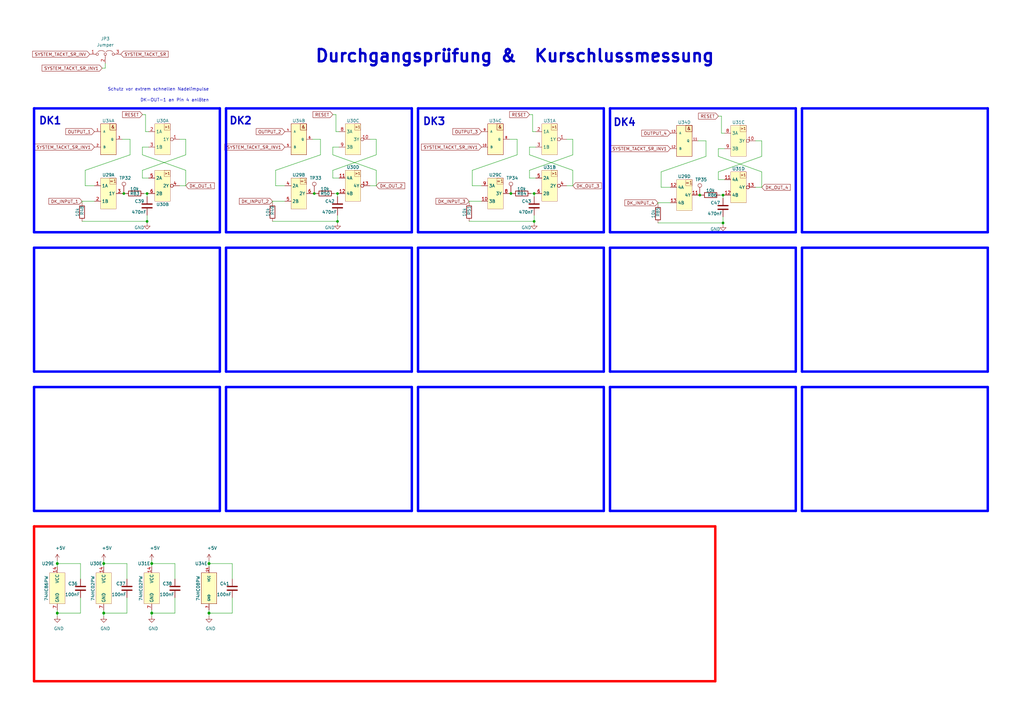
<source format=kicad_sch>
(kicad_sch (version 20210126) (generator eeschema)
  (paper "A3")
  (title_block (title "Kabeltester") (company "BMK Group") (comment 1 "Erstellt: Maximilian Hoffmann") (comment 2 "Geprüft: Robert Schulz"))
  (junction (at 23.495 231.14) (diameter 1.016))
  (junction (at 23.495 251.46) (diameter 1.016))
  (junction (at 42.545 231.14) (diameter 1.016))
  (junction (at 42.545 251.46) (diameter 1.016))
  (junction (at 50.8 79.375) (diameter 0.9144))
  (junction (at 60.325 79.375) (diameter 0.9144))
  (junction (at 60.325 90.805) (diameter 0.9144))
  (junction (at 62.23 231.14) (diameter 1.016))
  (junction (at 62.23 251.46) (diameter 1.016))
  (junction (at 85.725 231.14) (diameter 1.016))
  (junction (at 85.725 251.46) (diameter 1.016))
  (junction (at 128.905 79.375) (diameter 0.9144))
  (junction (at 138.43 79.375) (diameter 0.9144))
  (junction (at 138.43 90.805) (diameter 0.9144))
  (junction (at 209.55 79.375) (diameter 0.9144))
  (junction (at 219.075 79.375) (diameter 0.9144))
  (junction (at 219.075 90.805) (diameter 0.9144))
  (junction (at 287.02 80.01) (diameter 0.9144))
  (junction (at 296.545 80.01) (diameter 0.9144))
  (junction (at 296.545 91.44) (diameter 0.9144))
  (wire (pts (xy 23.495 231.14) (xy 23.495 229.87)))
  (wire (pts (xy 23.495 231.14) (xy 23.495 232.41)))
  (wire (pts (xy 23.495 250.19) (xy 23.495 251.46)))
  (wire (pts (xy 23.495 251.46) (xy 23.495 252.73)))
  (wire (pts (xy 33.02 231.14) (xy 23.495 231.14)))
  (wire (pts (xy 33.02 237.49) (xy 33.02 231.14)))
  (wire (pts (xy 33.02 245.11) (xy 33.02 251.46)))
  (wire (pts (xy 33.02 251.46) (xy 23.495 251.46)))
  (wire (pts (xy 33.655 82.55) (xy 33.655 83.185)))
  (wire (pts (xy 33.655 90.805) (xy 60.325 90.805)))
  (wire (pts (xy 34.925 69.85) (xy 34.925 76.2)))
  (wire (pts (xy 34.925 69.85) (xy 53.34 63.5)))
  (wire (pts (xy 34.925 76.2) (xy 38.735 76.2)))
  (wire (pts (xy 38.735 82.55) (xy 33.655 82.55)))
  (wire (pts (xy 42.545 231.14) (xy 42.545 229.87)))
  (wire (pts (xy 42.545 231.14) (xy 42.545 232.41)))
  (wire (pts (xy 42.545 250.19) (xy 42.545 251.46)))
  (wire (pts (xy 42.545 251.46) (xy 42.545 252.73)))
  (wire (pts (xy 43.18 26.035) (xy 43.18 27.94)))
  (wire (pts (xy 43.18 27.94) (xy 41.91 27.94)))
  (wire (pts (xy 50.165 57.15) (xy 53.34 57.15)))
  (wire (pts (xy 50.165 79.375) (xy 50.8 79.375)))
  (wire (pts (xy 50.8 78.74) (xy 50.8 79.375)))
  (wire (pts (xy 50.8 79.375) (xy 51.435 79.375)))
  (wire (pts (xy 52.07 231.14) (xy 42.545 231.14)))
  (wire (pts (xy 52.07 237.49) (xy 52.07 231.14)))
  (wire (pts (xy 52.07 245.11) (xy 52.07 251.46)))
  (wire (pts (xy 52.07 251.46) (xy 42.545 251.46)))
  (wire (pts (xy 53.34 57.15) (xy 53.34 63.5)))
  (wire (pts (xy 58.42 60.325) (xy 58.42 63.5)))
  (wire (pts (xy 58.42 63.5) (xy 76.2 69.85)))
  (wire (pts (xy 58.42 69.85) (xy 76.2 63.5)))
  (wire (pts (xy 58.42 73.025) (xy 58.42 69.85)))
  (wire (pts (xy 59.055 79.375) (xy 60.325 79.375)))
  (wire (pts (xy 59.69 46.99) (xy 58.42 46.99)))
  (wire (pts (xy 59.69 46.99) (xy 59.69 53.975)))
  (wire (pts (xy 59.69 53.975) (xy 60.96 53.975)))
  (wire (pts (xy 60.325 79.375) (xy 60.325 80.645)))
  (wire (pts (xy 60.325 79.375) (xy 60.96 79.375)))
  (wire (pts (xy 60.325 90.805) (xy 60.325 88.265)))
  (wire (pts (xy 60.325 90.805) (xy 60.325 91.44)))
  (wire (pts (xy 60.96 60.325) (xy 58.42 60.325)))
  (wire (pts (xy 60.96 73.025) (xy 58.42 73.025)))
  (wire (pts (xy 62.23 231.14) (xy 62.23 229.87)))
  (wire (pts (xy 62.23 231.14) (xy 62.23 232.41)))
  (wire (pts (xy 62.23 250.19) (xy 62.23 251.46)))
  (wire (pts (xy 62.23 251.46) (xy 62.23 252.73)))
  (wire (pts (xy 71.755 231.14) (xy 62.23 231.14)))
  (wire (pts (xy 71.755 237.49) (xy 71.755 231.14)))
  (wire (pts (xy 71.755 245.11) (xy 71.755 251.46)))
  (wire (pts (xy 71.755 251.46) (xy 62.23 251.46)))
  (wire (pts (xy 73.66 57.15) (xy 76.2 57.15)))
  (wire (pts (xy 73.66 76.2) (xy 76.2 76.2)))
  (wire (pts (xy 76.2 57.15) (xy 76.2 63.5)))
  (wire (pts (xy 76.2 69.85) (xy 76.2 76.2)))
  (wire (pts (xy 85.725 231.14) (xy 85.725 229.87)))
  (wire (pts (xy 85.725 231.14) (xy 85.725 232.41)))
  (wire (pts (xy 85.725 250.19) (xy 85.725 251.46)))
  (wire (pts (xy 85.725 251.46) (xy 85.725 252.73)))
  (wire (pts (xy 95.25 231.14) (xy 85.725 231.14)))
  (wire (pts (xy 95.25 237.49) (xy 95.25 231.14)))
  (wire (pts (xy 95.25 245.11) (xy 95.25 251.46)))
  (wire (pts (xy 95.25 251.46) (xy 85.725 251.46)))
  (wire (pts (xy 111.76 82.55) (xy 111.76 83.185)))
  (wire (pts (xy 111.76 90.805) (xy 138.43 90.805)))
  (wire (pts (xy 113.03 69.85) (xy 113.03 76.2)))
  (wire (pts (xy 113.03 69.85) (xy 131.445 63.5)))
  (wire (pts (xy 113.03 76.2) (xy 116.84 76.2)))
  (wire (pts (xy 116.84 82.55) (xy 111.76 82.55)))
  (wire (pts (xy 128.27 57.15) (xy 131.445 57.15)))
  (wire (pts (xy 128.27 79.375) (xy 128.905 79.375)))
  (wire (pts (xy 128.905 78.74) (xy 128.905 79.375)))
  (wire (pts (xy 128.905 79.375) (xy 129.54 79.375)))
  (wire (pts (xy 131.445 57.15) (xy 131.445 63.5)))
  (wire (pts (xy 136.525 60.325) (xy 136.525 63.5)))
  (wire (pts (xy 136.525 63.5) (xy 154.305 69.85)))
  (wire (pts (xy 136.525 69.85) (xy 154.305 63.5)))
  (wire (pts (xy 136.525 73.025) (xy 136.525 69.85)))
  (wire (pts (xy 137.16 79.375) (xy 138.43 79.375)))
  (wire (pts (xy 137.795 46.99) (xy 136.525 46.99)))
  (wire (pts (xy 137.795 46.99) (xy 137.795 53.975)))
  (wire (pts (xy 137.795 53.975) (xy 139.065 53.975)))
  (wire (pts (xy 138.43 79.375) (xy 138.43 80.645)))
  (wire (pts (xy 138.43 79.375) (xy 139.065 79.375)))
  (wire (pts (xy 138.43 90.805) (xy 138.43 88.265)))
  (wire (pts (xy 138.43 90.805) (xy 138.43 91.44)))
  (wire (pts (xy 139.065 60.325) (xy 136.525 60.325)))
  (wire (pts (xy 139.065 73.025) (xy 136.525 73.025)))
  (wire (pts (xy 151.765 57.15) (xy 154.305 57.15)))
  (wire (pts (xy 151.765 76.2) (xy 154.305 76.2)))
  (wire (pts (xy 154.305 57.15) (xy 154.305 63.5)))
  (wire (pts (xy 154.305 69.85) (xy 154.305 76.2)))
  (wire (pts (xy 192.405 82.55) (xy 192.405 83.185)))
  (wire (pts (xy 192.405 90.805) (xy 219.075 90.805)))
  (wire (pts (xy 193.675 69.85) (xy 193.675 76.2)))
  (wire (pts (xy 193.675 69.85) (xy 212.09 63.5)))
  (wire (pts (xy 193.675 76.2) (xy 197.485 76.2)))
  (wire (pts (xy 197.485 82.55) (xy 192.405 82.55)))
  (wire (pts (xy 208.915 57.15) (xy 212.09 57.15)))
  (wire (pts (xy 208.915 79.375) (xy 209.55 79.375)))
  (wire (pts (xy 209.55 78.74) (xy 209.55 79.375)))
  (wire (pts (xy 209.55 79.375) (xy 210.185 79.375)))
  (wire (pts (xy 212.09 57.15) (xy 212.09 63.5)))
  (wire (pts (xy 217.17 60.325) (xy 217.17 63.5)))
  (wire (pts (xy 217.17 63.5) (xy 234.95 69.85)))
  (wire (pts (xy 217.17 69.85) (xy 234.95 63.5)))
  (wire (pts (xy 217.17 73.025) (xy 217.17 69.85)))
  (wire (pts (xy 217.805 79.375) (xy 219.075 79.375)))
  (wire (pts (xy 218.44 46.99) (xy 217.17 46.99)))
  (wire (pts (xy 218.44 46.99) (xy 218.44 53.975)))
  (wire (pts (xy 218.44 53.975) (xy 219.71 53.975)))
  (wire (pts (xy 219.075 79.375) (xy 219.075 80.645)))
  (wire (pts (xy 219.075 79.375) (xy 219.71 79.375)))
  (wire (pts (xy 219.075 90.805) (xy 219.075 88.265)))
  (wire (pts (xy 219.075 90.805) (xy 219.075 91.44)))
  (wire (pts (xy 219.71 60.325) (xy 217.17 60.325)))
  (wire (pts (xy 219.71 73.025) (xy 217.17 73.025)))
  (wire (pts (xy 232.41 57.15) (xy 234.95 57.15)))
  (wire (pts (xy 232.41 76.2) (xy 234.95 76.2)))
  (wire (pts (xy 234.95 57.15) (xy 234.95 63.5)))
  (wire (pts (xy 234.95 69.85) (xy 234.95 76.2)))
  (wire (pts (xy 269.875 83.185) (xy 269.875 83.82)))
  (wire (pts (xy 269.875 91.44) (xy 296.545 91.44)))
  (wire (pts (xy 271.145 70.485) (xy 271.145 76.835)))
  (wire (pts (xy 271.145 70.485) (xy 289.56 64.135)))
  (wire (pts (xy 271.145 76.835) (xy 274.955 76.835)))
  (wire (pts (xy 274.955 83.185) (xy 269.875 83.185)))
  (wire (pts (xy 286.385 57.785) (xy 289.56 57.785)))
  (wire (pts (xy 286.385 80.01) (xy 287.02 80.01)))
  (wire (pts (xy 287.02 79.375) (xy 287.02 80.01)))
  (wire (pts (xy 287.02 80.01) (xy 287.655 80.01)))
  (wire (pts (xy 289.56 57.785) (xy 289.56 64.135)))
  (wire (pts (xy 294.64 60.96) (xy 294.64 64.135)))
  (wire (pts (xy 294.64 64.135) (xy 312.42 70.485)))
  (wire (pts (xy 294.64 70.485) (xy 312.42 64.135)))
  (wire (pts (xy 294.64 73.66) (xy 294.64 70.485)))
  (wire (pts (xy 295.275 80.01) (xy 296.545 80.01)))
  (wire (pts (xy 295.91 47.625) (xy 294.64 47.625)))
  (wire (pts (xy 295.91 47.625) (xy 295.91 54.61)))
  (wire (pts (xy 295.91 54.61) (xy 297.18 54.61)))
  (wire (pts (xy 296.545 80.01) (xy 296.545 81.28)))
  (wire (pts (xy 296.545 80.01) (xy 297.18 80.01)))
  (wire (pts (xy 296.545 91.44) (xy 296.545 88.9)))
  (wire (pts (xy 296.545 91.44) (xy 296.545 92.075)))
  (wire (pts (xy 297.18 60.96) (xy 294.64 60.96)))
  (wire (pts (xy 297.18 73.66) (xy 294.64 73.66)))
  (wire (pts (xy 309.88 57.785) (xy 312.42 57.785)))
  (wire (pts (xy 309.88 76.835) (xy 312.42 76.835)))
  (wire (pts (xy 312.42 57.785) (xy 312.42 64.135)))
  (wire (pts (xy 312.42 70.485) (xy 312.42 76.835)))
  (polyline (pts (xy 13.97 44.45) (xy 13.97 95.25)) (stroke (width 1) (type solid) (color 0 0 255 1)))
  (polyline (pts (xy 13.97 44.45) (xy 90.17 44.45)) (stroke (width 1) (type solid) (color 0 0 255 1)))
  (polyline (pts (xy 13.97 101.6) (xy 13.97 152.4)) (stroke (width 1) (type solid) (color 0 0 255 1)))
  (polyline (pts (xy 13.97 101.6) (xy 90.17 101.6)) (stroke (width 1) (type solid) (color 0 0 255 1)))
  (polyline (pts (xy 13.97 158.75) (xy 13.97 209.55)) (stroke (width 1) (type solid) (color 0 0 255 1)))
  (polyline (pts (xy 13.97 158.75) (xy 90.17 158.75)) (stroke (width 1) (type solid) (color 0 0 255 1)))
  (polyline (pts (xy 13.97 215.9) (xy 13.97 279.4)) (stroke (width 1) (type solid) (color 255 0 0 1)))
  (polyline (pts (xy 13.97 215.9) (xy 293.37 215.9)) (stroke (width 1) (type solid) (color 255 0 0 1)))
  (polyline (pts (xy 90.17 44.45) (xy 90.17 95.25)) (stroke (width 1) (type solid) (color 0 0 255 1)))
  (polyline (pts (xy 90.17 95.25) (xy 13.97 95.25)) (stroke (width 1) (type solid) (color 0 0 255 1)))
  (polyline (pts (xy 90.17 101.6) (xy 90.17 152.4)) (stroke (width 1) (type solid) (color 0 0 255 1)))
  (polyline (pts (xy 90.17 152.4) (xy 13.97 152.4)) (stroke (width 1) (type solid) (color 0 0 255 1)))
  (polyline (pts (xy 90.17 158.75) (xy 90.17 209.55)) (stroke (width 1) (type solid) (color 0 0 255 1)))
  (polyline (pts (xy 90.17 209.55) (xy 13.97 209.55)) (stroke (width 1) (type solid) (color 0 0 255 1)))
  (polyline (pts (xy 92.71 44.45) (xy 92.71 95.25)) (stroke (width 1) (type solid) (color 0 0 255 1)))
  (polyline (pts (xy 92.71 44.45) (xy 168.91 44.45)) (stroke (width 1) (type solid) (color 0 0 255 1)))
  (polyline (pts (xy 92.71 101.6) (xy 92.71 152.4)) (stroke (width 1) (type solid) (color 0 0 255 1)))
  (polyline (pts (xy 92.71 101.6) (xy 168.91 101.6)) (stroke (width 1) (type solid) (color 0 0 255 1)))
  (polyline (pts (xy 92.71 158.75) (xy 92.71 209.55)) (stroke (width 1) (type solid) (color 0 0 255 1)))
  (polyline (pts (xy 92.71 158.75) (xy 168.91 158.75)) (stroke (width 1) (type solid) (color 0 0 255 1)))
  (polyline (pts (xy 168.91 44.45) (xy 168.91 95.25)) (stroke (width 1) (type solid) (color 0 0 255 1)))
  (polyline (pts (xy 168.91 95.25) (xy 92.71 95.25)) (stroke (width 1) (type solid) (color 0 0 255 1)))
  (polyline (pts (xy 168.91 101.6) (xy 168.91 152.4)) (stroke (width 1) (type solid) (color 0 0 255 1)))
  (polyline (pts (xy 168.91 152.4) (xy 92.71 152.4)) (stroke (width 1) (type solid) (color 0 0 255 1)))
  (polyline (pts (xy 168.91 158.75) (xy 168.91 209.55)) (stroke (width 1) (type solid) (color 0 0 255 1)))
  (polyline (pts (xy 168.91 209.55) (xy 92.71 209.55)) (stroke (width 1) (type solid) (color 0 0 255 1)))
  (polyline (pts (xy 171.45 44.45) (xy 171.45 95.25)) (stroke (width 1) (type solid) (color 0 0 255 1)))
  (polyline (pts (xy 171.45 44.45) (xy 247.65 44.45)) (stroke (width 1) (type solid) (color 0 0 255 1)))
  (polyline (pts (xy 171.45 101.6) (xy 171.45 152.4)) (stroke (width 1) (type solid) (color 0 0 255 1)))
  (polyline (pts (xy 171.45 101.6) (xy 247.65 101.6)) (stroke (width 1) (type solid) (color 0 0 255 1)))
  (polyline (pts (xy 171.45 158.75) (xy 171.45 209.55)) (stroke (width 1) (type solid) (color 0 0 255 1)))
  (polyline (pts (xy 171.45 158.75) (xy 247.65 158.75)) (stroke (width 1) (type solid) (color 0 0 255 1)))
  (polyline (pts (xy 247.65 44.45) (xy 247.65 95.25)) (stroke (width 1) (type solid) (color 0 0 255 1)))
  (polyline (pts (xy 247.65 95.25) (xy 171.45 95.25)) (stroke (width 1) (type solid) (color 0 0 255 1)))
  (polyline (pts (xy 247.65 101.6) (xy 247.65 152.4)) (stroke (width 1) (type solid) (color 0 0 255 1)))
  (polyline (pts (xy 247.65 152.4) (xy 171.45 152.4)) (stroke (width 1) (type solid) (color 0 0 255 1)))
  (polyline (pts (xy 247.65 158.75) (xy 247.65 209.55)) (stroke (width 1) (type solid) (color 0 0 255 1)))
  (polyline (pts (xy 247.65 209.55) (xy 171.45 209.55)) (stroke (width 1) (type solid) (color 0 0 255 1)))
  (polyline (pts (xy 250.19 44.45) (xy 250.19 95.25)) (stroke (width 1) (type solid) (color 0 0 255 1)))
  (polyline (pts (xy 250.19 44.45) (xy 326.39 44.45)) (stroke (width 1) (type solid) (color 0 0 255 1)))
  (polyline (pts (xy 250.19 101.6) (xy 250.19 152.4)) (stroke (width 1) (type solid) (color 0 0 255 1)))
  (polyline (pts (xy 250.19 101.6) (xy 326.39 101.6)) (stroke (width 1) (type solid) (color 0 0 255 1)))
  (polyline (pts (xy 250.19 158.75) (xy 250.19 209.55)) (stroke (width 1) (type solid) (color 0 0 255 1)))
  (polyline (pts (xy 250.19 158.75) (xy 326.39 158.75)) (stroke (width 1) (type solid) (color 0 0 255 1)))
  (polyline (pts (xy 293.37 215.9) (xy 293.37 279.4)) (stroke (width 1) (type solid) (color 255 0 0 1)))
  (polyline (pts (xy 293.37 279.4) (xy 13.97 279.4)) (stroke (width 1) (type solid) (color 255 0 0 1)))
  (polyline (pts (xy 326.39 44.45) (xy 326.39 95.25)) (stroke (width 1) (type solid) (color 0 0 255 1)))
  (polyline (pts (xy 326.39 95.25) (xy 250.19 95.25)) (stroke (width 1) (type solid) (color 0 0 255 1)))
  (polyline (pts (xy 326.39 101.6) (xy 326.39 152.4)) (stroke (width 1) (type solid) (color 0 0 255 1)))
  (polyline (pts (xy 326.39 152.4) (xy 250.19 152.4)) (stroke (width 1) (type solid) (color 0 0 255 1)))
  (polyline (pts (xy 326.39 158.75) (xy 326.39 209.55)) (stroke (width 1) (type solid) (color 0 0 255 1)))
  (polyline (pts (xy 326.39 209.55) (xy 250.19 209.55)) (stroke (width 1) (type solid) (color 0 0 255 1)))
  (polyline (pts (xy 328.93 44.45) (xy 328.93 95.25)) (stroke (width 1) (type solid) (color 0 0 255 1)))
  (polyline (pts (xy 328.93 44.45) (xy 405.13 44.45)) (stroke (width 1) (type solid) (color 0 0 255 1)))
  (polyline (pts (xy 328.93 101.6) (xy 328.93 152.4)) (stroke (width 1) (type solid) (color 0 0 255 1)))
  (polyline (pts (xy 328.93 101.6) (xy 405.13 101.6)) (stroke (width 1) (type solid) (color 0 0 255 1)))
  (polyline (pts (xy 328.93 158.75) (xy 328.93 209.55)) (stroke (width 1) (type solid) (color 0 0 255 1)))
  (polyline (pts (xy 328.93 158.75) (xy 405.13 158.75)) (stroke (width 1) (type solid) (color 0 0 255 1)))
  (polyline (pts (xy 405.13 44.45) (xy 405.13 95.25)) (stroke (width 1) (type solid) (color 0 0 255 1)))
  (polyline (pts (xy 405.13 95.25) (xy 328.93 95.25)) (stroke (width 1) (type solid) (color 0 0 255 1)))
  (polyline (pts (xy 405.13 101.6) (xy 405.13 152.4)) (stroke (width 1) (type solid) (color 0 0 255 1)))
  (polyline (pts (xy 405.13 152.4) (xy 328.93 152.4)) (stroke (width 1) (type solid) (color 0 0 255 1)))
  (polyline (pts (xy 405.13 158.75) (xy 405.13 209.55)) (stroke (width 1) (type solid) (color 0 0 255 1)))
  (polyline (pts (xy 405.13 209.55) (xy 328.93 209.55)) (stroke (width 1) (type solid) (color 0 0 255 1)))
  (text "DK1" (at 25.4 51.435 180) (effects (font (size 3 3) (thickness 0.6) bold) (justify right bottom)))
  (text "Schutz vor extrem schnellen Nadelimpulse\n" (at 85.725 37.465 180) (effects (font (size 1.27 1.27)) (justify right bottom)))
  (text "DK-OUT-1 an Pin 4 anlöten\n" (at 85.725 41.91 180) (effects (font (size 1.27 1.27)) (justify right bottom)))
  (text "DK2\n" (at 103.505 51.435 180) (effects (font (size 3 3) (thickness 0.6) bold) (justify right bottom)))
  (text "DK3\n\n" (at 182.88 56.515 180) (effects (font (size 3 3) (thickness 0.6) bold) (justify right bottom)))
  (text "DK4\n" (at 260.985 52.07 180) (effects (font (size 3 3) (thickness 0.6) bold) (justify right bottom)))
  (text "Durchgangsprüfung &  Kurschlussmessung\n" (at 293.37 26.035 180) (effects (font (size 5 5) (thickness 1) bold) (justify right bottom)))
  (global_label "DK_INPUT_1" (shape input) (at 33.655 82.55 180) (property "Intersheet References" "${INTERSHEET_REFS}" (effects hide)))
  (global_label "SYSTEM_TACKT_SR_INV" (shape input) (at 36.83 22.225 180) (property "Intersheet References" "${INTERSHEET_REFS}" (effects hide)))
  (global_label "OUTPUT_1" (shape input) (at 38.735 53.975 180) (property "Intersheet References" "${INTERSHEET_REFS}" (effects hide)))
  (global_label "SYSTEM_TACKT_SR_INV1" (shape input) (at 38.735 60.325 180) (property "Intersheet References" "${INTERSHEET_REFS}" (effects hide)))
  (global_label "SYSTEM_TACKT_SR_INV1" (shape input) (at 41.91 27.94 180) (property "Intersheet References" "${INTERSHEET_REFS}" (effects hide)))
  (global_label "SYSTEM_TACKT_SR" (shape input) (at 49.53 22.225 0) (property "Intersheet References" "${INTERSHEET_REFS}" (effects hide)))
  (global_label "RESET" (shape input) (at 58.42 46.99 180) (property "Intersheet References" "${INTERSHEET_REFS}" (effects hide)))
  (global_label "DK_OUT_1" (shape input) (at 76.2 76.2 0) (property "Intersheet References" "${INTERSHEET_REFS}" (effects hide)))
  (global_label "DK_INPUT_2" (shape input) (at 111.76 82.55 180) (property "Intersheet References" "${INTERSHEET_REFS}" (effects hide)))
  (global_label "OUTPUT_2" (shape input) (at 116.84 53.975 180) (property "Intersheet References" "${INTERSHEET_REFS}" (effects hide)))
  (global_label "SYSTEM_TACKT_SR_INV1" (shape input) (at 116.84 60.325 180) (property "Intersheet References" "${INTERSHEET_REFS}" (effects hide)))
  (global_label "RESET" (shape input) (at 136.525 46.99 180) (property "Intersheet References" "${INTERSHEET_REFS}" (effects hide)))
  (global_label "DK_OUT_2" (shape input) (at 154.305 76.2 0) (property "Intersheet References" "${INTERSHEET_REFS}" (effects hide)))
  (global_label "DK_INPUT_3" (shape input) (at 192.405 82.55 180) (property "Intersheet References" "${INTERSHEET_REFS}" (effects hide)))
  (global_label "OUTPUT_3" (shape input) (at 197.485 53.975 180) (property "Intersheet References" "${INTERSHEET_REFS}" (effects hide)))
  (global_label "SYSTEM_TACKT_SR_INV1" (shape input) (at 197.485 60.325 180) (property "Intersheet References" "${INTERSHEET_REFS}" (effects hide)))
  (global_label "RESET" (shape input) (at 217.17 46.99 180) (property "Intersheet References" "${INTERSHEET_REFS}" (effects hide)))
  (global_label "DK_OUT_3" (shape input) (at 234.95 76.2 0) (property "Intersheet References" "${INTERSHEET_REFS}" (effects hide)))
  (global_label "DK_INPUT_4" (shape input) (at 269.875 83.185 180) (property "Intersheet References" "${INTERSHEET_REFS}" (effects hide)))
  (global_label "OUTPUT_4" (shape input) (at 274.955 54.61 180) (property "Intersheet References" "${INTERSHEET_REFS}" (effects hide)))
  (global_label "SYSTEM_TACKT_SR_INV1" (shape input) (at 274.955 60.96 180) (property "Intersheet References" "${INTERSHEET_REFS}" (effects hide)))
  (global_label "RESET" (shape input) (at 294.64 47.625 180) (property "Intersheet References" "${INTERSHEET_REFS}" (effects hide)))
  (global_label "DK_OUT_4" (shape input) (at 312.42 76.835 0) (property "Intersheet References" "${INTERSHEET_REFS}" (effects hide)))
  (symbol (lib_id "Connector:TestPoint") (at 50.8 78.74 0) (unit 1)
    (property "Reference" "TP32" (at 48.895 73.025 0) (effects (justify left)))
    (property "Value" "TestPoint" (effects hide))
    (property "Footprint" "TestPoint:TestPoint_Pad_D1.0mm" (effects hide))
    (property "BMK-Nr" "-" (effects hide))
    (property "Mouser" "-" (effects hide))
  )
  (symbol (lib_id "Connector:TestPoint") (at 128.905 78.74 0) (unit 1)
    (property "Reference" "TP33" (at 127 73.025 0) (effects (justify left)))
    (property "Value" "TestPoint" (effects hide))
    (property "Footprint" "TestPoint:TestPoint_Pad_D1.0mm" (effects hide))
    (property "BMK-Nr" "-" (effects hide))
    (property "Mouser" "-" (effects hide))
  )
  (symbol (lib_id "Connector:TestPoint") (at 209.55 78.74 0) (unit 1)
    (property "Reference" "TP34" (at 207.645 73.025 0) (effects (justify left)))
    (property "Value" "TestPoint" (effects hide))
    (property "Footprint" "TestPoint:TestPoint_Pad_D1.0mm" (effects hide))
    (property "BMK-Nr" "-" (effects hide))
    (property "Mouser" "-" (effects hide))
  )
  (symbol (lib_id "Connector:TestPoint") (at 287.02 79.375 0) (unit 1)
    (property "Reference" "TP35" (at 285.115 73.66 0) (effects (justify left)))
    (property "Value" "TestPoint" (effects hide))
    (property "Footprint" "TestPoint:TestPoint_Pad_D1.0mm" (effects hide))
    (property "BMK-Nr" "-" (effects hide))
    (property "Mouser" "-" (effects hide))
  )
  (symbol (lib_id "power:+5V") (at 23.495 229.87 0) (unit 1)
    (property "Reference" "#PWR0112" (effects hide))
    (property "Value" "+5V" (at 24.765 224.79 0))
  )
  (symbol (lib_id "power:+5V") (at 42.545 229.87 0) (unit 1)
    (property "Reference" "#PWR0115" (effects hide))
    (property "Value" "+5V" (at 43.815 224.79 0))
  )
  (symbol (lib_id "power:+5V") (at 62.23 229.87 0) (unit 1)
    (property "Reference" "#PWR0117" (effects hide))
    (property "Value" "+5V" (at 63.5 224.79 0))
  )
  (symbol (lib_id "power:+5V") (at 85.725 229.87 0) (unit 1)
    (property "Reference" "#PWR0119" (effects hide))
    (property "Value" "+5V" (at 86.995 224.79 0))
  )
  (symbol (lib_id "power:GND") (at 23.495 252.73 0) (unit 1)
    (property "Reference" "#PWR0113" (effects hide))
    (property "Value" "GND" (at 24.13 257.81 0))
  )
  (symbol (lib_id "power:GND") (at 42.545 252.73 0) (unit 1)
    (property "Reference" "#PWR0116" (effects hide))
    (property "Value" "GND" (at 43.18 257.81 0))
  )
  (symbol (lib_id "power:GND") (at 60.325 91.44 0) (unit 1)
    (property "Reference" "#PWR071" (effects hide))
    (property "Value" "GND" (at 57.15 93.345 0))
  )
  (symbol (lib_id "power:GND") (at 62.23 252.73 0) (unit 1)
    (property "Reference" "#PWR0118" (effects hide))
    (property "Value" "GND" (at 62.865 257.81 0))
  )
  (symbol (lib_id "power:GND") (at 85.725 252.73 0) (unit 1)
    (property "Reference" "#PWR0120" (effects hide))
    (property "Value" "GND" (at 86.36 257.81 0))
  )
  (symbol (lib_id "power:GND") (at 138.43 91.44 0) (unit 1)
    (property "Reference" "#PWR0121" (effects hide))
    (property "Value" "GND" (at 135.255 93.345 0))
  )
  (symbol (lib_id "power:GND") (at 219.075 91.44 0) (unit 1)
    (property "Reference" "#PWR0122" (effects hide))
    (property "Value" "GND" (at 215.9 93.345 0))
  )
  (symbol (lib_id "power:GND") (at 296.545 92.075 0) (unit 1)
    (property "Reference" "#PWR0123" (effects hide))
    (property "Value" "GND" (at 293.37 93.98 0))
  )
  (symbol (lib_name "Device:R_1") (lib_id "Device:R") (at 33.655 86.995 0) (unit 1)
    (property "Reference" "R48" (at 33.655 88.265 90) (effects (justify left)))
    (property "Value" "10k" (at 31.75 88.9 90) (effects (justify left)))
    (property "Footprint" "Resistor_SMD:R_0603_1608Metric_Pad0.98x0.95mm_HandSolder" (effects hide))
    (property "BMK-Nr" "BS" (effects hide))
    (property "Mouser" "-" (effects hide))
  )
  (symbol (lib_name "Device:R_1") (lib_id "Device:R") (at 55.245 79.375 270) (unit 1)
    (property "Reference" "R83" (at 53.34 79.375 90) (effects (justify left)))
    (property "Value" "10k" (at 53.34 77.47 90) (effects (justify left)))
    (property "Footprint" "Resistor_SMD:R_0603_1608Metric_Pad0.98x0.95mm_HandSolder" (effects hide))
    (property "BMK-Nr" "BS" (effects hide))
    (property "Mouser" "-" (effects hide))
  )
  (symbol (lib_name "Device:R_1") (lib_id "Device:R") (at 111.76 86.995 0) (unit 1)
    (property "Reference" "R49" (at 111.76 88.265 90) (effects (justify left)))
    (property "Value" "10k" (at 109.855 88.9 90) (effects (justify left)))
    (property "Footprint" "Resistor_SMD:R_0603_1608Metric_Pad0.98x0.95mm_HandSolder" (effects hide))
    (property "BMK-Nr" "BS" (effects hide))
    (property "Mouser" "-" (effects hide))
  )
  (symbol (lib_name "Device:R_1") (lib_id "Device:R") (at 133.35 79.375 270) (unit 1)
    (property "Reference" "R50" (at 131.445 79.375 90) (effects (justify left)))
    (property "Value" "10k" (at 131.445 77.47 90) (effects (justify left)))
    (property "Footprint" "Resistor_SMD:R_0603_1608Metric_Pad0.98x0.95mm_HandSolder" (effects hide))
    (property "BMK-Nr" "BS" (effects hide))
    (property "Mouser" "-" (effects hide))
  )
  (symbol (lib_name "Device:R_1") (lib_id "Device:R") (at 192.405 86.995 0) (unit 1)
    (property "Reference" "R51" (at 192.405 88.265 90) (effects (justify left)))
    (property "Value" "10k" (at 190.5 88.9 90) (effects (justify left)))
    (property "Footprint" "Resistor_SMD:R_0603_1608Metric_Pad0.98x0.95mm_HandSolder" (effects hide))
    (property "BMK-Nr" "BS" (effects hide))
    (property "Mouser" "-" (effects hide))
  )
  (symbol (lib_name "Device:R_1") (lib_id "Device:R") (at 213.995 79.375 270) (unit 1)
    (property "Reference" "R84" (at 212.09 79.375 90) (effects (justify left)))
    (property "Value" "10k" (at 212.09 77.47 90) (effects (justify left)))
    (property "Footprint" "Resistor_SMD:R_0603_1608Metric_Pad0.98x0.95mm_HandSolder" (effects hide))
    (property "BMK-Nr" "BS" (effects hide))
    (property "Mouser" "-" (effects hide))
  )
  (symbol (lib_name "Device:R_1") (lib_id "Device:R") (at 269.875 87.63 0) (unit 1)
    (property "Reference" "R85" (at 269.875 88.9 90) (effects (justify left)))
    (property "Value" "10k" (at 267.97 89.535 90) (effects (justify left)))
    (property "Footprint" "Resistor_SMD:R_0603_1608Metric_Pad0.98x0.95mm_HandSolder" (effects hide))
    (property "BMK-Nr" "BS" (effects hide))
    (property "Mouser" "-" (effects hide))
  )
  (symbol (lib_name "Device:R_1") (lib_id "Device:R") (at 291.465 80.01 270) (unit 1)
    (property "Reference" "R86" (at 290.195 80.01 90) (effects (justify left)))
    (property "Value" "10k" (at 289.56 78.105 90) (effects (justify left)))
    (property "Footprint" "Resistor_SMD:R_0603_1608Metric_Pad0.98x0.95mm_HandSolder" (effects hide))
    (property "BMK-Nr" "BS" (effects hide))
    (property "Mouser" "-" (effects hide))
  )
  (symbol (lib_name "Device:C_5") (lib_id "Device:C") (at 33.02 241.3 0) (unit 1)
    (property "Reference" "C36" (at 27.94 239.395 0) (effects (justify left)))
    (property "Value" "100nF" (at 26.67 243.84 0) (effects (justify left)))
    (property "Footprint" "Capacitor_SMD:C_0603_1608Metric_Pad1.08x0.95mm_HandSolder" (effects hide))
    (property "BMK-Nr" "BS" (effects hide))
  )
  (symbol (lib_name "Device:C_7") (lib_id "Device:C") (at 52.07 241.3 0) (unit 1)
    (property "Reference" "C37" (at 47.625 239.395 0) (effects (justify left)))
    (property "Value" "100nF" (at 45.72 243.84 0) (effects (justify left)))
    (property "Footprint" "Capacitor_SMD:C_0603_1608Metric_Pad1.08x0.95mm_HandSolder" (effects hide))
    (property "BMK-Nr" "BS" (effects hide))
  )
  (symbol (lib_name "Device:C_5") (lib_id "Device:C") (at 60.325 84.455 0) (unit 1)
    (property "Reference" "C39" (at 55.245 82.55 0) (effects (justify left)))
    (property "Value" "470nF" (at 53.975 86.995 0) (effects (justify left)))
    (property "Footprint" "Capacitor_SMD:C_0603_1608Metric_Pad1.08x0.95mm_HandSolder" (effects hide))
    (property "BMK-Nr" "BS" (effects hide))
  )
  (symbol (lib_name "Device:C_6") (lib_id "Device:C") (at 71.755 241.3 0) (unit 1)
    (property "Reference" "C38" (at 66.675 239.395 0) (effects (justify left)))
    (property "Value" "100nF" (at 65.405 243.84 0) (effects (justify left)))
    (property "Footprint" "Capacitor_SMD:C_0603_1608Metric_Pad1.08x0.95mm_HandSolder" (effects hide))
    (property "BMK-Nr" "BS" (effects hide))
  )
  (symbol (lib_name "Device:C_6") (lib_id "Device:C") (at 95.25 241.3 0) (unit 1)
    (property "Reference" "C41" (at 90.17 239.395 0) (effects (justify left)))
    (property "Value" "100nF" (at 88.9 243.84 0) (effects (justify left)))
    (property "Footprint" "Capacitor_SMD:C_0603_1608Metric_Pad1.08x0.95mm_HandSolder" (effects hide))
    (property "BMK-Nr" "BS" (effects hide))
  )
  (symbol (lib_name "Device:C_5") (lib_id "Device:C") (at 138.43 84.455 0) (unit 1)
    (property "Reference" "C42" (at 133.35 82.55 0) (effects (justify left)))
    (property "Value" "470nF" (at 132.08 86.995 0) (effects (justify left)))
    (property "Footprint" "Capacitor_SMD:C_0603_1608Metric_Pad1.08x0.95mm_HandSolder" (effects hide))
    (property "BMK-Nr" "BS" (effects hide))
  )
  (symbol (lib_name "Device:C_5") (lib_id "Device:C") (at 219.075 84.455 0) (unit 1)
    (property "Reference" "C43" (at 213.995 82.55 0) (effects (justify left)))
    (property "Value" "470nF" (at 212.725 86.995 0) (effects (justify left)))
    (property "Footprint" "Capacitor_SMD:C_0603_1608Metric_Pad1.08x0.95mm_HandSolder" (effects hide))
    (property "BMK-Nr" "BS" (effects hide))
  )
  (symbol (lib_name "Device:C_5") (lib_id "Device:C") (at 296.545 85.09 0) (unit 1)
    (property "Reference" "C47" (at 291.465 83.185 0) (effects (justify left)))
    (property "Value" "470nF" (at 290.195 87.63 0) (effects (justify left)))
    (property "Footprint" "Capacitor_SMD:C_0603_1608Metric_Pad1.08x0.95mm_HandSolder" (effects hide))
    (property "BMK-Nr" "BS" (effects hide))
  )
  (symbol (lib_id "Jumper:Jumper_3_Open") (at 43.18 22.225 0) (unit 1)
    (property "Reference" "JP3" (at 43.18 15.875 0))
    (property "Value" "Jumper" (at 43.18 18.415 0))
    (property "Footprint" "Jumper:SolderJumper-3_P1.3mm_Open_RoundedPad1.0x1.5mm" (effects hide))
  )
  (symbol (lib_id "Kabeltester:74HC08PW") (at 85.725 241.3 0) (unit 5)
    (property "Reference" "U34" (at 82.55 231.14 0))
    (property "Value" "74HC08PW" (at 81.28 241.3 90))
    (property "Footprint" "Package_SO:TSSOP-14_4.4x5mm_P0.65mm" (effects hide))
    (property "Datasheet" "https://www.ti.com/lit/ds/symlink/sn74hc08-q1.pdf?HQS=dis-mous-null-mousermode-dsf-pf-null-wwe&ts=1614454333862&ref_url=https%253A%252F%252Fwww.mouser.de%252F" (effects hide))
    (property "BMK-Nr" "06-0975" (effects hide))
    (property "Mouser" "771-HC08PW118" (effects hide))
  )
  (symbol (lib_id "Kabeltester:74HC86PW") (at 23.495 241.3 0) (unit 5)
    (property "Reference" "U29" (at 19.685 231.14 0))
    (property "Value" "74HC86PW" (at 19.05 241.3 90))
    (property "Footprint" "Package_SO:TSSOP-14_4.4x5mm_P0.65mm" (effects hide))
    (property "Datasheet" "https://www.mouser.de/datasheet/2/916/74HC_HCT86-1319799.pdf" (effects hide))
    (property "BMK-Nr" "06-3524-1" (effects hide))
    (property "Mouser" "771-HC86PW118" (effects hide))
  )
  (symbol (lib_name "Kabeltester:74HC02PW_3") (lib_id "Kabeltester:74HC02PW") (at 42.545 241.3 0) (unit 5)
    (property "Reference" "U30" (at 39.37 231.14 0))
    (property "Value" "74HC02PW" (at 38.1 241.3 90))
    (property "Footprint" "Package_SO:TSSOP-14_4.4x5mm_P0.65mm" (effects hide))
    (property "Datasheet" "https://www.mouser.de/datasheet/2/916/74AHC_AHCT02-1597343.pdf" (effects hide))
    (property "BMK-Nr" "06-0471-1" (effects hide))
    (property "Mouser" "771-74AHC02PW-T" (effects hide))
  )
  (symbol (lib_name "Kabeltester:74HC02PW_4") (lib_id "Kabeltester:74HC02PW") (at 62.23 241.3 0) (unit 5)
    (property "Reference" "U31" (at 59.055 231.14 0))
    (property "Value" "74HC02PW" (at 57.785 241.3 90))
    (property "Footprint" "Package_SO:TSSOP-14_4.4x5mm_P0.65mm" (effects hide))
    (property "Datasheet" "https://www.mouser.de/datasheet/2/916/74AHC_AHCT02-1597343.pdf" (effects hide))
    (property "BMK-Nr" "06-0471-1" (effects hide))
    (property "Mouser" "771-74AHC02PW-T" (effects hide))
  )
  (symbol (lib_id "Kabeltester:74HC08PW") (at 44.45 57.15 0) (unit 1)
    (property "Reference" "U34" (at 44.45 49.53 0))
    (property "Value" "74HC08PW" (effects hide))
    (property "Footprint" "Package_SO:TSSOP-14_4.4x5mm_P0.65mm" (effects hide))
    (property "Datasheet" "https://www.ti.com/lit/ds/symlink/sn74hc08-q1.pdf?HQS=dis-mous-null-mousermode-dsf-pf-null-wwe&ts=1614454333862&ref_url=https%253A%252F%252Fwww.mouser.de%252F" (effects hide))
    (property "BMK-Nr" "06-0975" (effects hide))
    (property "Mouser" "771-HC08PW118" (effects hide))
  )
  (symbol (lib_id "Kabeltester:74HC08PW") (at 122.555 57.15 0) (unit 2)
    (property "Reference" "U34" (at 122.555 49.53 0))
    (property "Value" "74HC08PW" (effects hide))
    (property "Footprint" "Package_SO:TSSOP-14_4.4x5mm_P0.65mm" (effects hide))
    (property "Datasheet" "https://www.ti.com/lit/ds/symlink/sn74hc08-q1.pdf?HQS=dis-mous-null-mousermode-dsf-pf-null-wwe&ts=1614454333862&ref_url=https%253A%252F%252Fwww.mouser.de%252F" (effects hide))
    (property "BMK-Nr" "06-0975" (effects hide))
    (property "Mouser" "771-HC08PW118" (effects hide))
  )
  (symbol (lib_id "Kabeltester:74HC08PW") (at 203.2 57.15 0) (unit 3)
    (property "Reference" "U34" (at 203.2 49.53 0))
    (property "Value" "74HC08PW" (effects hide))
    (property "Footprint" "Package_SO:TSSOP-14_4.4x5mm_P0.65mm" (effects hide))
    (property "Datasheet" "https://www.ti.com/lit/ds/symlink/sn74hc08-q1.pdf?HQS=dis-mous-null-mousermode-dsf-pf-null-wwe&ts=1614454333862&ref_url=https%253A%252F%252Fwww.mouser.de%252F" (effects hide))
    (property "BMK-Nr" "06-0975" (effects hide))
    (property "Mouser" "771-HC08PW118" (effects hide))
  )
  (symbol (lib_id "Kabeltester:74HC08PW") (at 280.67 57.785 0) (unit 4)
    (property "Reference" "U34" (at 280.67 50.165 0))
    (property "Value" "74HC08PW" (effects hide))
    (property "Footprint" "Package_SO:TSSOP-14_4.4x5mm_P0.65mm" (effects hide))
    (property "Datasheet" "https://www.ti.com/lit/ds/symlink/sn74hc08-q1.pdf?HQS=dis-mous-null-mousermode-dsf-pf-null-wwe&ts=1614454333862&ref_url=https%253A%252F%252Fwww.mouser.de%252F" (effects hide))
    (property "BMK-Nr" "06-0975" (effects hide))
    (property "Mouser" "771-HC08PW118" (effects hide))
  )
  (symbol (lib_id "Kabeltester:74HC86PW") (at 44.45 79.375 0) (unit 1)
    (property "Reference" "U29" (at 44.45 71.755 0))
    (property "Value" "74HC86PW" (effects hide))
    (property "Footprint" "Package_SO:TSSOP-14_4.4x5mm_P0.65mm" (effects hide))
    (property "Datasheet" "https://www.mouser.de/datasheet/2/916/74HC_HCT86-1319799.pdf" (effects hide))
    (property "BMK-Nr" "06-3524-1" (effects hide))
    (property "Mouser" "771-HC86PW118" (effects hide))
  )
  (symbol (lib_id "Kabeltester:74HC86PW") (at 122.555 79.375 0) (unit 2)
    (property "Reference" "U29" (at 122.555 71.755 0))
    (property "Value" "74HC86PW" (effects hide))
    (property "Footprint" "Package_SO:TSSOP-14_4.4x5mm_P0.65mm" (effects hide))
    (property "Datasheet" "https://www.mouser.de/datasheet/2/916/74HC_HCT86-1319799.pdf" (effects hide))
    (property "BMK-Nr" "06-3524-1" (effects hide))
    (property "Mouser" "771-HC86PW118" (effects hide))
  )
  (symbol (lib_id "Kabeltester:74HC86PW") (at 203.2 79.375 0) (unit 3)
    (property "Reference" "U29" (at 203.2 71.755 0))
    (property "Value" "74HC86PW" (effects hide))
    (property "Footprint" "Package_SO:TSSOP-14_4.4x5mm_P0.65mm" (effects hide))
    (property "Datasheet" "https://www.mouser.de/datasheet/2/916/74HC_HCT86-1319799.pdf" (effects hide))
    (property "BMK-Nr" "06-3524-1" (effects hide))
    (property "Mouser" "771-HC86PW118" (effects hide))
  )
  (symbol (lib_id "Kabeltester:74HC86PW") (at 280.67 80.01 0) (unit 4)
    (property "Reference" "U29" (at 280.67 72.39 0))
    (property "Value" "74HC86PW" (effects hide))
    (property "Footprint" "Package_SO:TSSOP-14_4.4x5mm_P0.65mm" (effects hide))
    (property "Datasheet" "https://www.mouser.de/datasheet/2/916/74HC_HCT86-1319799.pdf" (effects hide))
    (property "BMK-Nr" "06-3524-1" (effects hide))
    (property "Mouser" "771-HC86PW118" (effects hide))
  )
  (symbol (lib_name "Kabeltester:74HC02PW_1") (lib_id "Kabeltester:74HC02PW") (at 66.675 57.15 0) (unit 1)
    (property "Reference" "U30" (at 66.675 49.53 0))
    (property "Value" "74HC02PW" (effects hide))
    (property "Footprint" "Package_SO:TSSOP-14_4.4x5mm_P0.65mm" (effects hide))
    (property "Datasheet" "https://www.mouser.de/datasheet/2/916/74AHC_AHCT02-1597343.pdf" (effects hide))
    (property "BMK-Nr" "06-0471-1" (effects hide))
    (property "Mouser" "771-74AHC02PW-T" (effects hide))
  )
  (symbol (lib_name "Kabeltester:74HC02PW_2") (lib_id "Kabeltester:74HC02PW") (at 66.675 76.2 0) (unit 2)
    (property "Reference" "U30" (at 66.675 83.82 0))
    (property "Value" "74HC02PW" (effects hide))
    (property "Footprint" "Package_SO:TSSOP-14_4.4x5mm_P0.65mm" (effects hide))
    (property "Datasheet" "https://www.mouser.de/datasheet/2/916/74AHC_AHCT02-1597343.pdf" (effects hide))
    (property "BMK-Nr" "06-0471-1" (effects hide))
    (property "Mouser" "771-74AHC02PW-T" (effects hide))
  )
  (symbol (lib_id "Kabeltester:74HC02PW") (at 144.78 57.15 0) (unit 3)
    (property "Reference" "U30" (at 144.78 49.53 0))
    (property "Value" "74HC02PW" (effects hide))
    (property "Footprint" "Package_SO:TSSOP-14_4.4x5mm_P0.65mm" (effects hide))
    (property "Datasheet" "https://www.mouser.de/datasheet/2/916/74AHC_AHCT02-1597343.pdf" (effects hide))
    (property "BMK-Nr" "06-0471-1" (effects hide))
    (property "Mouser" "771-74AHC02PW-T" (effects hide))
  )
  (symbol (lib_name "Kabeltester:74HC02PW_9") (lib_id "Kabeltester:74HC02PW") (at 144.78 76.2 0) (unit 4)
    (property "Reference" "U30" (at 144.78 68.58 0))
    (property "Value" "74HC02PW" (effects hide))
    (property "Footprint" "Package_SO:TSSOP-14_4.4x5mm_P0.65mm" (effects hide))
    (property "Datasheet" "https://www.mouser.de/datasheet/2/916/74AHC_AHCT02-1597343.pdf" (effects hide))
    (property "BMK-Nr" "06-0471-1" (effects hide))
    (property "Mouser" "771-74AHC02PW-T" (effects hide))
  )
  (symbol (lib_name "Kabeltester:74HC02PW_5") (lib_id "Kabeltester:74HC02PW") (at 225.425 57.15 0) (unit 1)
    (property "Reference" "U31" (at 225.425 49.53 0))
    (property "Value" "74HC02PW" (effects hide))
    (property "Footprint" "Package_SO:TSSOP-14_4.4x5mm_P0.65mm" (effects hide))
    (property "Datasheet" "https://www.mouser.de/datasheet/2/916/74AHC_AHCT02-1597343.pdf" (effects hide))
    (property "BMK-Nr" "06-0471-1" (effects hide))
    (property "Mouser" "771-74AHC02PW-T" (effects hide))
  )
  (symbol (lib_name "Kabeltester:74HC02PW_6") (lib_id "Kabeltester:74HC02PW") (at 225.425 76.2 0) (unit 2)
    (property "Reference" "U31" (at 225.425 68.58 0))
    (property "Value" "74HC02PW" (effects hide))
    (property "Footprint" "Package_SO:TSSOP-14_4.4x5mm_P0.65mm" (effects hide))
    (property "Datasheet" "https://www.mouser.de/datasheet/2/916/74AHC_AHCT02-1597343.pdf" (effects hide))
    (property "BMK-Nr" "06-0471-1" (effects hide))
    (property "Mouser" "771-74AHC02PW-T" (effects hide))
  )
  (symbol (lib_name "Kabeltester:74HC02PW_7") (lib_id "Kabeltester:74HC02PW") (at 302.895 57.785 0) (unit 3)
    (property "Reference" "U31" (at 302.895 50.165 0))
    (property "Value" "74HC02PW" (effects hide))
    (property "Footprint" "Package_SO:TSSOP-14_4.4x5mm_P0.65mm" (effects hide))
    (property "Datasheet" "https://www.mouser.de/datasheet/2/916/74AHC_AHCT02-1597343.pdf" (effects hide))
    (property "BMK-Nr" "06-0471-1" (effects hide))
    (property "Mouser" "771-74AHC02PW-T" (effects hide))
  )
  (symbol (lib_name "Kabeltester:74HC02PW_8") (lib_id "Kabeltester:74HC02PW") (at 302.895 76.835 0) (unit 4)
    (property "Reference" "U31" (at 302.895 69.215 0))
    (property "Value" "74HC02PW" (effects hide))
    (property "Footprint" "Package_SO:TSSOP-14_4.4x5mm_P0.65mm" (effects hide))
    (property "Datasheet" "https://www.mouser.de/datasheet/2/916/74AHC_AHCT02-1597343.pdf" (effects hide))
    (property "BMK-Nr" "06-0471-1" (effects hide))
    (property "Mouser" "771-74AHC02PW-T" (effects hide))
  )
)
</source>
